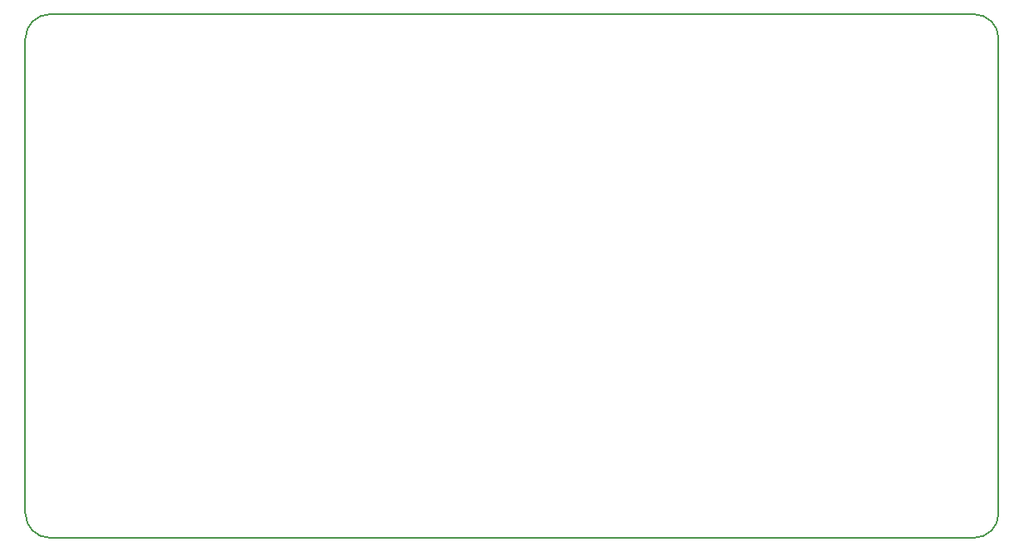
<source format=gko>
G04 #@! TF.FileFunction,Profile,NP*
%FSLAX46Y46*%
G04 Gerber Fmt 4.6, Leading zero omitted, Abs format (unit mm)*
G04 Created by KiCad (PCBNEW 0.201510170916+6271~30~ubuntu14.04.1-product) date Tue 27 Oct 2015 03:36:54 PM CET*
%MOMM*%
G01*
G04 APERTURE LIST*
%ADD10C,0.100000*%
%ADD11C,0.200000*%
G04 APERTURE END LIST*
D10*
D11*
X107922500Y-58432500D02*
X201982500Y-58432500D01*
X204482500Y-60932500D02*
X204482500Y-109272500D01*
X201982500Y-111772500D02*
X107922500Y-111772500D01*
X105422500Y-109272500D02*
X105422500Y-60932500D01*
X204482500Y-60932500D02*
G75*
G03X201982500Y-58432500I-2500000J0D01*
G01*
X201982500Y-111772500D02*
G75*
G03X204482500Y-109272500I0J2500000D01*
G01*
X105422500Y-109272500D02*
G75*
G03X107922500Y-111772500I2500000J0D01*
G01*
X107922500Y-58432500D02*
G75*
G03X105422500Y-60932500I0J-2500000D01*
G01*
M02*

</source>
